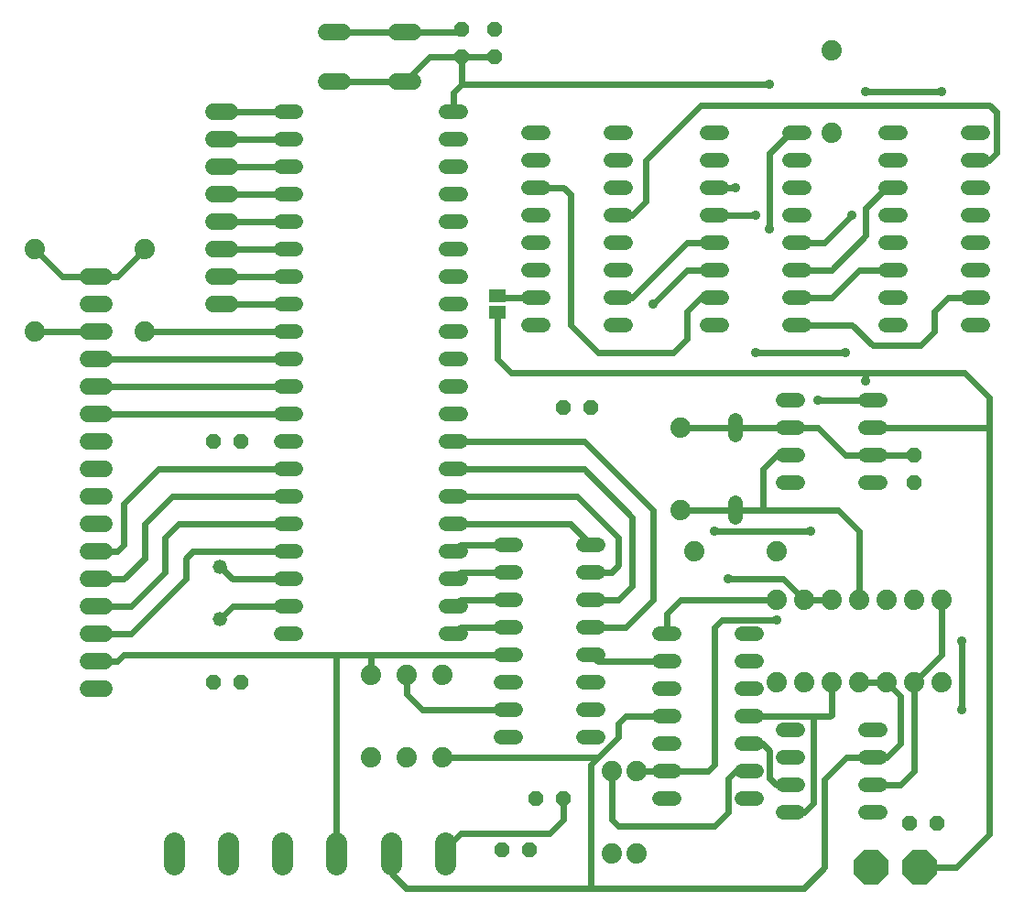
<source format=gtl>
G75*
%MOIN*%
%OFA0B0*%
%FSLAX25Y25*%
%IPPOS*%
%LPD*%
%AMOC8*
5,1,8,0,0,1.08239X$1,22.5*
%
%ADD10C,0.05200*%
%ADD11OC8,0.05200*%
%ADD12C,0.06000*%
%ADD13C,0.05200*%
%ADD14C,0.07400*%
%ADD15OC8,0.12400*%
%ADD16C,0.07800*%
%ADD17R,0.06300X0.04600*%
%ADD18C,0.02400*%
%ADD19C,0.03500*%
D10*
X0124000Y0101600D02*
X0129200Y0101600D01*
X0129200Y0111600D02*
X0124000Y0111600D01*
X0124000Y0121600D02*
X0129200Y0121600D01*
X0129200Y0131600D02*
X0124000Y0131600D01*
X0124000Y0141600D02*
X0129200Y0141600D01*
X0129200Y0151600D02*
X0124000Y0151600D01*
X0124000Y0161600D02*
X0129200Y0161600D01*
X0129200Y0171600D02*
X0124000Y0171600D01*
X0124000Y0181600D02*
X0129200Y0181600D01*
X0129200Y0191600D02*
X0124000Y0191600D01*
X0124000Y0201600D02*
X0129200Y0201600D01*
X0129200Y0211600D02*
X0124000Y0211600D01*
X0124000Y0221600D02*
X0129200Y0221600D01*
X0129200Y0231600D02*
X0124000Y0231600D01*
X0124000Y0241600D02*
X0129200Y0241600D01*
X0129200Y0251600D02*
X0124000Y0251600D01*
X0124000Y0261600D02*
X0129200Y0261600D01*
X0129200Y0271600D02*
X0124000Y0271600D01*
X0124000Y0281600D02*
X0129200Y0281600D01*
X0129200Y0291600D02*
X0124000Y0291600D01*
X0184000Y0291600D02*
X0189200Y0291600D01*
X0189200Y0281600D02*
X0184000Y0281600D01*
X0184000Y0271600D02*
X0189200Y0271600D01*
X0189200Y0261600D02*
X0184000Y0261600D01*
X0184000Y0251600D02*
X0189200Y0251600D01*
X0189200Y0241600D02*
X0184000Y0241600D01*
X0184000Y0231600D02*
X0189200Y0231600D01*
X0189200Y0221600D02*
X0184000Y0221600D01*
X0184000Y0211600D02*
X0189200Y0211600D01*
X0189200Y0201600D02*
X0184000Y0201600D01*
X0184000Y0191600D02*
X0189200Y0191600D01*
X0189200Y0181600D02*
X0184000Y0181600D01*
X0184000Y0171600D02*
X0189200Y0171600D01*
X0189200Y0161600D02*
X0184000Y0161600D01*
X0184000Y0151600D02*
X0189200Y0151600D01*
X0189200Y0141600D02*
X0184000Y0141600D01*
X0184000Y0131600D02*
X0189200Y0131600D01*
X0189200Y0121600D02*
X0184000Y0121600D01*
X0184000Y0111600D02*
X0189200Y0111600D01*
X0189200Y0101600D02*
X0184000Y0101600D01*
X0204000Y0104100D02*
X0209200Y0104100D01*
X0209200Y0094100D02*
X0204000Y0094100D01*
X0204000Y0084100D02*
X0209200Y0084100D01*
X0209200Y0074100D02*
X0204000Y0074100D01*
X0204000Y0064100D02*
X0209200Y0064100D01*
X0234000Y0064100D02*
X0239200Y0064100D01*
X0239200Y0074100D02*
X0234000Y0074100D01*
X0234000Y0084100D02*
X0239200Y0084100D01*
X0239200Y0094100D02*
X0234000Y0094100D01*
X0234000Y0104100D02*
X0239200Y0104100D01*
X0239200Y0114100D02*
X0234000Y0114100D01*
X0234000Y0124100D02*
X0239200Y0124100D01*
X0239200Y0134100D02*
X0234000Y0134100D01*
X0209200Y0134100D02*
X0204000Y0134100D01*
X0204000Y0124100D02*
X0209200Y0124100D01*
X0209200Y0114100D02*
X0204000Y0114100D01*
X0261500Y0101600D02*
X0266700Y0101600D01*
X0266700Y0091600D02*
X0261500Y0091600D01*
X0261500Y0081600D02*
X0266700Y0081600D01*
X0266700Y0071600D02*
X0261500Y0071600D01*
X0261500Y0061600D02*
X0266700Y0061600D01*
X0266700Y0051600D02*
X0261500Y0051600D01*
X0261500Y0041600D02*
X0266700Y0041600D01*
X0291500Y0041600D02*
X0296700Y0041600D01*
X0306500Y0036600D02*
X0311700Y0036600D01*
X0311700Y0046600D02*
X0306500Y0046600D01*
X0296700Y0051600D02*
X0291500Y0051600D01*
X0291500Y0061600D02*
X0296700Y0061600D01*
X0296700Y0071600D02*
X0291500Y0071600D01*
X0291500Y0081600D02*
X0296700Y0081600D01*
X0296700Y0091600D02*
X0291500Y0091600D01*
X0291500Y0101600D02*
X0296700Y0101600D01*
X0306500Y0066600D02*
X0311700Y0066600D01*
X0311700Y0056600D02*
X0306500Y0056600D01*
X0336500Y0056600D02*
X0341700Y0056600D01*
X0341700Y0046600D02*
X0336500Y0046600D01*
X0336500Y0036600D02*
X0341700Y0036600D01*
X0341700Y0066600D02*
X0336500Y0066600D01*
X0289100Y0144000D02*
X0289100Y0149200D01*
X0306500Y0156600D02*
X0311700Y0156600D01*
X0311700Y0166600D02*
X0306500Y0166600D01*
X0306500Y0176600D02*
X0311700Y0176600D01*
X0311700Y0186600D02*
X0306500Y0186600D01*
X0289100Y0179200D02*
X0289100Y0174000D01*
X0336500Y0176600D02*
X0341700Y0176600D01*
X0341700Y0166600D02*
X0336500Y0166600D01*
X0336500Y0156600D02*
X0341700Y0156600D01*
X0341700Y0186600D02*
X0336500Y0186600D01*
X0344000Y0214100D02*
X0349200Y0214100D01*
X0349200Y0224100D02*
X0344000Y0224100D01*
X0344000Y0234100D02*
X0349200Y0234100D01*
X0349200Y0244100D02*
X0344000Y0244100D01*
X0344000Y0254100D02*
X0349200Y0254100D01*
X0349200Y0264100D02*
X0344000Y0264100D01*
X0344000Y0274100D02*
X0349200Y0274100D01*
X0349200Y0284100D02*
X0344000Y0284100D01*
X0314200Y0284100D02*
X0309000Y0284100D01*
X0309000Y0274100D02*
X0314200Y0274100D01*
X0314200Y0264100D02*
X0309000Y0264100D01*
X0309000Y0254100D02*
X0314200Y0254100D01*
X0314200Y0244100D02*
X0309000Y0244100D01*
X0309000Y0234100D02*
X0314200Y0234100D01*
X0314200Y0224100D02*
X0309000Y0224100D01*
X0309000Y0214100D02*
X0314200Y0214100D01*
X0284200Y0214100D02*
X0279000Y0214100D01*
X0279000Y0224100D02*
X0284200Y0224100D01*
X0284200Y0234100D02*
X0279000Y0234100D01*
X0279000Y0244100D02*
X0284200Y0244100D01*
X0284200Y0254100D02*
X0279000Y0254100D01*
X0279000Y0264100D02*
X0284200Y0264100D01*
X0284200Y0274100D02*
X0279000Y0274100D01*
X0279000Y0284100D02*
X0284200Y0284100D01*
X0249200Y0284100D02*
X0244000Y0284100D01*
X0244000Y0274100D02*
X0249200Y0274100D01*
X0249200Y0264100D02*
X0244000Y0264100D01*
X0244000Y0254100D02*
X0249200Y0254100D01*
X0249200Y0244100D02*
X0244000Y0244100D01*
X0244000Y0234100D02*
X0249200Y0234100D01*
X0249200Y0224100D02*
X0244000Y0224100D01*
X0244000Y0214100D02*
X0249200Y0214100D01*
X0219200Y0214100D02*
X0214000Y0214100D01*
X0214000Y0224100D02*
X0219200Y0224100D01*
X0219200Y0234100D02*
X0214000Y0234100D01*
X0214000Y0244100D02*
X0219200Y0244100D01*
X0219200Y0254100D02*
X0214000Y0254100D01*
X0214000Y0264100D02*
X0219200Y0264100D01*
X0219200Y0274100D02*
X0214000Y0274100D01*
X0214000Y0284100D02*
X0219200Y0284100D01*
X0374000Y0284100D02*
X0379200Y0284100D01*
X0379200Y0274100D02*
X0374000Y0274100D01*
X0374000Y0264100D02*
X0379200Y0264100D01*
X0379200Y0254100D02*
X0374000Y0254100D01*
X0374000Y0244100D02*
X0379200Y0244100D01*
X0379200Y0234100D02*
X0374000Y0234100D01*
X0374000Y0224100D02*
X0379200Y0224100D01*
X0379200Y0214100D02*
X0374000Y0214100D01*
D11*
X0354100Y0166600D03*
X0354100Y0156600D03*
X0236600Y0184100D03*
X0226600Y0184100D03*
X0109100Y0171600D03*
X0099100Y0171600D03*
X0099100Y0084100D03*
X0109100Y0084100D03*
X0204100Y0023100D03*
X0214100Y0023100D03*
X0216600Y0041600D03*
X0226600Y0041600D03*
X0352600Y0032600D03*
X0362600Y0032600D03*
X0201600Y0311600D03*
X0201600Y0321600D03*
X0189600Y0321600D03*
X0189600Y0311600D03*
D12*
X0171900Y0302700D02*
X0165900Y0302700D01*
X0165900Y0320500D02*
X0171900Y0320500D01*
X0146300Y0320500D02*
X0140300Y0320500D01*
X0140300Y0302700D02*
X0146300Y0302700D01*
X0105200Y0291600D02*
X0099200Y0291600D01*
X0099200Y0281600D02*
X0105200Y0281600D01*
X0105200Y0271600D02*
X0099200Y0271600D01*
X0099200Y0261600D02*
X0105200Y0261600D01*
X0105200Y0251600D02*
X0099200Y0251600D01*
X0099200Y0241600D02*
X0105200Y0241600D01*
X0105200Y0231600D02*
X0099200Y0231600D01*
X0099200Y0221600D02*
X0105200Y0221600D01*
X0059600Y0221600D02*
X0053600Y0221600D01*
X0053600Y0211600D02*
X0059600Y0211600D01*
X0059600Y0201600D02*
X0053600Y0201600D01*
X0053600Y0191600D02*
X0059600Y0191600D01*
X0059600Y0181600D02*
X0053600Y0181600D01*
X0053600Y0171600D02*
X0059600Y0171600D01*
X0059600Y0161600D02*
X0053600Y0161600D01*
X0053600Y0151600D02*
X0059600Y0151600D01*
X0059600Y0141600D02*
X0053600Y0141600D01*
X0053600Y0131600D02*
X0059600Y0131600D01*
X0059600Y0121600D02*
X0053600Y0121600D01*
X0053600Y0111600D02*
X0059600Y0111600D01*
X0059600Y0101600D02*
X0053600Y0101600D01*
X0053600Y0091600D02*
X0059600Y0091600D01*
X0059600Y0081600D02*
X0053600Y0081600D01*
X0053600Y0231600D02*
X0059600Y0231600D01*
D13*
X0101600Y0126100D03*
X0101600Y0107100D03*
D14*
X0156600Y0086600D03*
X0169600Y0086600D03*
X0182600Y0086600D03*
X0182600Y0056600D03*
X0169600Y0056600D03*
X0156600Y0056600D03*
X0244100Y0051600D03*
X0253100Y0051600D03*
X0253100Y0021600D03*
X0244100Y0021600D03*
X0304100Y0084100D03*
X0314100Y0084100D03*
X0324100Y0084100D03*
X0334100Y0084100D03*
X0344100Y0084100D03*
X0354100Y0084100D03*
X0364100Y0084100D03*
X0364100Y0114100D03*
X0354100Y0114100D03*
X0344100Y0114100D03*
X0334100Y0114100D03*
X0324100Y0114100D03*
X0314100Y0114100D03*
X0304100Y0114100D03*
X0304100Y0131600D03*
X0274100Y0131600D03*
X0269100Y0146600D03*
X0269100Y0176600D03*
X0324100Y0284100D03*
X0324100Y0314100D03*
X0074100Y0241600D03*
X0074100Y0211600D03*
X0034100Y0211600D03*
X0034100Y0241600D03*
D15*
X0338600Y0016600D03*
X0356100Y0016600D03*
D16*
X0084800Y0017700D02*
X0084800Y0025500D01*
X0104500Y0025500D02*
X0104500Y0017700D01*
X0124200Y0017700D02*
X0124200Y0025500D01*
X0144000Y0025500D02*
X0144000Y0017700D01*
X0163700Y0017700D02*
X0163700Y0025500D01*
X0183400Y0025500D02*
X0183400Y0017700D01*
D17*
X0202600Y0218600D03*
X0202600Y0224600D03*
D18*
X0203100Y0224100D01*
X0216600Y0224100D01*
X0229100Y0214100D02*
X0229100Y0261600D01*
X0226600Y0264100D01*
X0216600Y0264100D01*
X0246600Y0254100D02*
X0251600Y0254100D01*
X0256600Y0259100D01*
X0256600Y0274100D01*
X0276600Y0294100D01*
X0381600Y0294100D01*
X0384100Y0291600D01*
X0384100Y0276600D01*
X0381600Y0274100D01*
X0376600Y0274100D01*
X0364100Y0299100D02*
X0336600Y0299100D01*
X0311600Y0284100D02*
X0309100Y0284100D01*
X0301600Y0276600D01*
X0301600Y0249100D01*
X0296600Y0254100D02*
X0281600Y0254100D01*
X0281600Y0244100D02*
X0271600Y0244100D01*
X0251600Y0224100D01*
X0246600Y0224100D01*
X0259100Y0221600D02*
X0271600Y0234100D01*
X0281600Y0234100D01*
X0281600Y0224100D02*
X0276600Y0224100D01*
X0271600Y0219100D01*
X0271600Y0209100D01*
X0266600Y0204100D01*
X0239100Y0204100D01*
X0229100Y0214100D01*
X0207600Y0196600D02*
X0336600Y0196600D01*
X0336600Y0193600D01*
X0336600Y0196600D02*
X0372600Y0196600D01*
X0381600Y0187600D01*
X0381600Y0176600D01*
X0381600Y0028600D01*
X0369600Y0016600D01*
X0356100Y0016600D01*
X0321600Y0016600D02*
X0321600Y0048600D01*
X0329600Y0056600D01*
X0339100Y0056600D01*
X0344100Y0056600D01*
X0349100Y0061600D01*
X0349100Y0079100D01*
X0344100Y0084100D01*
X0334100Y0084100D01*
X0324100Y0084100D02*
X0324100Y0072100D01*
X0323600Y0071600D01*
X0317600Y0071600D01*
X0317600Y0040100D01*
X0314100Y0036600D01*
X0309100Y0036600D01*
X0309100Y0046600D02*
X0304100Y0046600D01*
X0301600Y0049100D01*
X0301600Y0059100D01*
X0299100Y0061600D01*
X0294100Y0061600D01*
X0294100Y0071600D02*
X0317600Y0071600D01*
X0294100Y0051600D02*
X0289100Y0051600D01*
X0286600Y0049100D01*
X0286600Y0036600D01*
X0281600Y0031600D01*
X0246600Y0031600D01*
X0244100Y0034100D01*
X0244100Y0051600D01*
X0239100Y0056600D02*
X0236600Y0054100D01*
X0236600Y0009100D01*
X0169100Y0009100D01*
X0163700Y0014500D01*
X0163700Y0021600D01*
X0144000Y0021600D02*
X0144000Y0094000D01*
X0144100Y0094100D01*
X0066600Y0094100D01*
X0064100Y0091600D01*
X0056600Y0091600D01*
X0056600Y0101600D02*
X0069100Y0101600D01*
X0089100Y0121600D01*
X0089100Y0129100D01*
X0091600Y0131600D01*
X0126600Y0131600D01*
X0126600Y0121600D02*
X0106100Y0121600D01*
X0101600Y0126100D01*
X0106100Y0111600D02*
X0101600Y0107100D01*
X0106100Y0111600D02*
X0126600Y0111600D01*
X0144100Y0094100D02*
X0156600Y0094100D01*
X0156600Y0086600D01*
X0156600Y0094100D02*
X0206600Y0094100D01*
X0206600Y0104100D02*
X0189100Y0104100D01*
X0186600Y0101600D01*
X0186600Y0111600D02*
X0189100Y0114100D01*
X0206600Y0114100D01*
X0206600Y0124100D02*
X0189100Y0124100D01*
X0186600Y0121600D01*
X0186600Y0131600D02*
X0189100Y0134100D01*
X0206600Y0134100D01*
X0186600Y0141600D02*
X0229100Y0141600D01*
X0236600Y0134100D01*
X0246600Y0136600D02*
X0246600Y0126600D01*
X0244100Y0124100D01*
X0236600Y0124100D01*
X0236600Y0114100D02*
X0246600Y0114100D01*
X0251600Y0119100D01*
X0251600Y0144100D01*
X0234100Y0161600D01*
X0186600Y0161600D01*
X0186600Y0151600D02*
X0231600Y0151600D01*
X0246600Y0136600D01*
X0259100Y0146600D02*
X0259100Y0114100D01*
X0249100Y0104100D01*
X0236600Y0104100D01*
X0236600Y0094100D02*
X0239100Y0091600D01*
X0264100Y0091600D01*
X0264100Y0101600D02*
X0264100Y0109100D01*
X0269100Y0114100D01*
X0304100Y0114100D01*
X0304100Y0106600D02*
X0284100Y0106600D01*
X0281600Y0104100D01*
X0281600Y0054100D01*
X0279100Y0051600D01*
X0264100Y0051600D01*
X0253100Y0051600D01*
X0246600Y0064100D02*
X0239100Y0056600D01*
X0182600Y0056600D01*
X0175100Y0074100D02*
X0206600Y0074100D01*
X0175100Y0074100D02*
X0169600Y0079600D01*
X0169600Y0086600D01*
X0226600Y0041600D02*
X0226600Y0034100D01*
X0221600Y0029100D01*
X0189100Y0029100D01*
X0183400Y0023400D01*
X0183400Y0021600D01*
X0236600Y0009100D02*
X0314100Y0009100D01*
X0321600Y0016600D01*
X0339100Y0046600D02*
X0349100Y0046600D01*
X0354100Y0051600D01*
X0354100Y0084100D01*
X0364100Y0094100D01*
X0364100Y0114100D01*
X0371600Y0099100D02*
X0371600Y0074100D01*
X0334100Y0114100D02*
X0334100Y0139100D01*
X0326600Y0146600D01*
X0299100Y0146600D01*
X0299100Y0161600D01*
X0304100Y0166600D01*
X0309100Y0166600D01*
X0309100Y0176600D02*
X0289100Y0176600D01*
X0269100Y0176600D01*
X0296600Y0204100D02*
X0329100Y0204100D01*
X0339100Y0206600D02*
X0356600Y0206600D01*
X0361600Y0211600D01*
X0361600Y0219100D01*
X0366600Y0224100D01*
X0376600Y0224100D01*
X0346600Y0234100D02*
X0334100Y0234100D01*
X0324100Y0224100D01*
X0311600Y0224100D01*
X0311600Y0214100D02*
X0331600Y0214100D01*
X0339100Y0206600D01*
X0339100Y0186600D02*
X0319100Y0186600D01*
X0319100Y0176600D02*
X0309100Y0176600D01*
X0319100Y0176600D02*
X0329100Y0166600D01*
X0339100Y0166600D01*
X0354100Y0166600D01*
X0339100Y0176600D02*
X0381600Y0176600D01*
X0316600Y0139100D02*
X0281600Y0139100D01*
X0289100Y0146600D02*
X0299100Y0146600D01*
X0289100Y0146600D02*
X0269100Y0146600D01*
X0259100Y0146600D02*
X0234100Y0171600D01*
X0186600Y0171600D01*
X0207600Y0196600D02*
X0202600Y0201600D01*
X0202600Y0218600D01*
X0126600Y0221600D02*
X0102200Y0221600D01*
X0102200Y0231600D02*
X0126600Y0231600D01*
X0126600Y0241600D02*
X0102200Y0241600D01*
X0102200Y0251600D02*
X0126600Y0251600D01*
X0126600Y0261600D02*
X0102200Y0261600D01*
X0102200Y0271600D02*
X0126600Y0271600D01*
X0126600Y0281600D02*
X0102200Y0281600D01*
X0102200Y0291600D02*
X0126600Y0291600D01*
X0143300Y0302700D02*
X0168900Y0302700D01*
X0177800Y0311600D01*
X0189600Y0311600D01*
X0189400Y0311400D01*
X0189400Y0301600D01*
X0186600Y0298800D01*
X0186600Y0291600D01*
X0189400Y0301600D02*
X0301600Y0301600D01*
X0289100Y0264100D02*
X0281600Y0264100D01*
X0311600Y0244100D02*
X0321600Y0244100D01*
X0331600Y0254100D01*
X0336600Y0256600D02*
X0336600Y0246600D01*
X0324100Y0234100D01*
X0311600Y0234100D01*
X0336600Y0256600D02*
X0344100Y0264100D01*
X0346600Y0264100D01*
X0201600Y0311600D02*
X0189600Y0311600D01*
X0188500Y0320500D02*
X0189600Y0321600D01*
X0188500Y0320500D02*
X0168900Y0320500D01*
X0143300Y0320500D01*
X0074100Y0241600D02*
X0064100Y0231600D01*
X0056600Y0231600D01*
X0044100Y0231600D01*
X0034100Y0241600D01*
X0034100Y0211600D02*
X0056600Y0211600D01*
X0056600Y0201600D02*
X0126600Y0201600D01*
X0126600Y0191600D02*
X0056600Y0191600D01*
X0056600Y0181600D02*
X0126600Y0181600D01*
X0126600Y0161600D02*
X0079100Y0161600D01*
X0066600Y0149100D01*
X0066600Y0134100D01*
X0064100Y0131600D01*
X0056600Y0131600D01*
X0056600Y0121600D02*
X0066600Y0121600D01*
X0074100Y0129100D01*
X0074100Y0141600D01*
X0084100Y0151600D01*
X0126600Y0151600D01*
X0126600Y0141600D02*
X0086600Y0141600D01*
X0081600Y0136600D01*
X0081600Y0124100D01*
X0069100Y0111600D01*
X0056600Y0111600D01*
X0074100Y0211600D02*
X0126600Y0211600D01*
X0286600Y0121600D02*
X0306600Y0121600D01*
X0314100Y0114100D01*
X0324100Y0114100D01*
X0264100Y0071600D02*
X0249100Y0071600D01*
X0246600Y0069100D01*
X0246600Y0064100D01*
D19*
X0304100Y0106600D03*
X0286600Y0121600D03*
X0281600Y0139100D03*
X0316600Y0139100D03*
X0371600Y0099100D03*
X0371600Y0074100D03*
X0319100Y0186600D03*
X0336600Y0193600D03*
X0329100Y0204100D03*
X0296600Y0204100D03*
X0259100Y0221600D03*
X0296600Y0254100D03*
X0301600Y0249100D03*
X0289100Y0264100D03*
X0331600Y0254100D03*
X0336600Y0299100D03*
X0364100Y0299100D03*
X0301600Y0301600D03*
M02*

</source>
